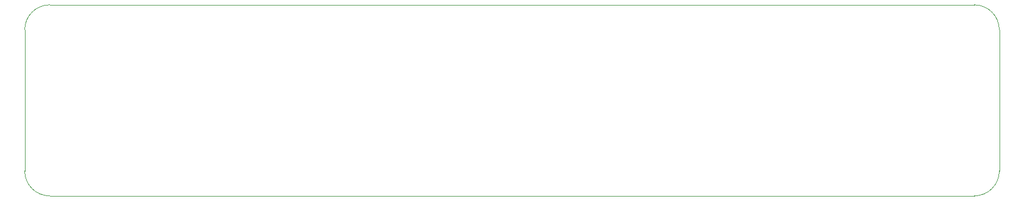
<source format=gm1>
G04 #@! TF.GenerationSoftware,KiCad,Pcbnew,(6.0.7)*
G04 #@! TF.CreationDate,2023-03-12T11:39:40-04:00*
G04 #@! TF.ProjectId,IR FANS LED board,49522046-414e-4532-904c-454420626f61,rev?*
G04 #@! TF.SameCoordinates,Original*
G04 #@! TF.FileFunction,Profile,NP*
%FSLAX46Y46*%
G04 Gerber Fmt 4.6, Leading zero omitted, Abs format (unit mm)*
G04 Created by KiCad (PCBNEW (6.0.7)) date 2023-03-12 11:39:40*
%MOMM*%
%LPD*%
G01*
G04 APERTURE LIST*
G04 #@! TA.AperFunction,Profile*
%ADD10C,0.100000*%
G04 #@! TD*
G04 APERTURE END LIST*
D10*
X59690000Y-43180000D02*
G75*
G03*
X63500000Y-46990000I3810000J0D01*
G01*
X63500000Y-46990000D02*
X204470000Y-46990000D01*
X59690000Y-21590000D02*
X59690000Y-43180000D01*
X63500000Y-17780000D02*
G75*
G03*
X59690000Y-21590000I0J-3810000D01*
G01*
X204470000Y-46990000D02*
G75*
G03*
X208280000Y-43180000I0J3810000D01*
G01*
X208280000Y-21590000D02*
G75*
G03*
X204470000Y-17780000I-3810000J0D01*
G01*
X208280000Y-43180000D02*
X208280000Y-21590000D01*
X204470000Y-17780000D02*
X63500000Y-17780000D01*
M02*

</source>
